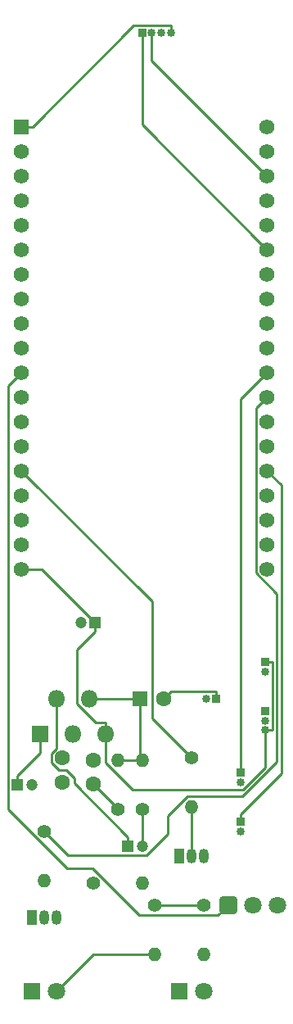
<source format=gbr>
%TF.GenerationSoftware,KiCad,Pcbnew,7.0.7-7.0.7~ubuntu22.04.1*%
%TF.CreationDate,2023-09-04T11:07:22+02:00*%
%TF.ProjectId,schaltung,73636861-6c74-4756-9e67-2e6b69636164,rev?*%
%TF.SameCoordinates,Original*%
%TF.FileFunction,Copper,L2,Bot*%
%TF.FilePolarity,Positive*%
%FSLAX46Y46*%
G04 Gerber Fmt 4.6, Leading zero omitted, Abs format (unit mm)*
G04 Created by KiCad (PCBNEW 7.0.7-7.0.7~ubuntu22.04.1) date 2023-09-04 11:07:22*
%MOMM*%
%LPD*%
G01*
G04 APERTURE LIST*
G04 Aperture macros list*
%AMRoundRect*
0 Rectangle with rounded corners*
0 $1 Rounding radius*
0 $2 $3 $4 $5 $6 $7 $8 $9 X,Y pos of 4 corners*
0 Add a 4 corners polygon primitive as box body*
4,1,4,$2,$3,$4,$5,$6,$7,$8,$9,$2,$3,0*
0 Add four circle primitives for the rounded corners*
1,1,$1+$1,$2,$3*
1,1,$1+$1,$4,$5*
1,1,$1+$1,$6,$7*
1,1,$1+$1,$8,$9*
0 Add four rect primitives between the rounded corners*
20,1,$1+$1,$2,$3,$4,$5,0*
20,1,$1+$1,$4,$5,$6,$7,0*
20,1,$1+$1,$6,$7,$8,$9,0*
20,1,$1+$1,$8,$9,$2,$3,0*%
G04 Aperture macros list end*
%TA.AperFunction,ComponentPad*%
%ADD10C,1.400000*%
%TD*%
%TA.AperFunction,ComponentPad*%
%ADD11O,1.400000X1.400000*%
%TD*%
%TA.AperFunction,ComponentPad*%
%ADD12R,0.850000X0.850000*%
%TD*%
%TA.AperFunction,ComponentPad*%
%ADD13O,0.850000X0.850000*%
%TD*%
%TA.AperFunction,ComponentPad*%
%ADD14R,1.800000X1.800000*%
%TD*%
%TA.AperFunction,ComponentPad*%
%ADD15C,1.800000*%
%TD*%
%TA.AperFunction,ComponentPad*%
%ADD16R,1.200000X1.200000*%
%TD*%
%TA.AperFunction,ComponentPad*%
%ADD17C,1.200000*%
%TD*%
%TA.AperFunction,ComponentPad*%
%ADD18RoundRect,0.248400X-0.651600X-0.651600X0.651600X-0.651600X0.651600X0.651600X-0.651600X0.651600X0*%
%TD*%
%TA.AperFunction,ComponentPad*%
%ADD19R,1.600000X1.600000*%
%TD*%
%TA.AperFunction,ComponentPad*%
%ADD20C,1.600000*%
%TD*%
%TA.AperFunction,ComponentPad*%
%ADD21R,1.050000X1.500000*%
%TD*%
%TA.AperFunction,ComponentPad*%
%ADD22O,1.050000X1.500000*%
%TD*%
%TA.AperFunction,ComponentPad*%
%ADD23O,1.800000X1.800000*%
%TD*%
%TA.AperFunction,ComponentPad*%
%ADD24R,1.560000X1.560000*%
%TD*%
%TA.AperFunction,ComponentPad*%
%ADD25C,1.560000*%
%TD*%
%TA.AperFunction,Conductor*%
%ADD26C,0.250000*%
%TD*%
G04 APERTURE END LIST*
D10*
%TO.P,R6,1*%
%TO.N,GND*%
X209550000Y-109490000D03*
D11*
%TO.P,R6,2*%
%TO.N,Net-(C2-Pad2)*%
X214630000Y-109490000D03*
%TD*%
D10*
%TO.P,R7,1*%
%TO.N,Net-(C6-Pad2)*%
X212090000Y-101870000D03*
D11*
%TO.P,R7,2*%
%TO.N,Net-(C3-Pad1)*%
X212090000Y-96790000D03*
%TD*%
D12*
%TO.P,J4,1,Pin_1*%
%TO.N,Net-(J4-Pin_1)*%
X224790000Y-98060000D03*
D13*
%TO.P,J4,2,Pin_2*%
%TO.N,GND*%
X224790000Y-99060000D03*
%TD*%
D14*
%TO.P,D2_Red1,1,K*%
%TO.N,Net-(D2_Red1-K)*%
X203200000Y-120650000D03*
D15*
%TO.P,D2_Red1,2,A*%
%TO.N,Net-(D2_Red1-A)*%
X205740000Y-120650000D03*
%TD*%
D16*
%TO.P,C1,1*%
%TO.N,Net-(U3-+)*%
X201700000Y-99330000D03*
D17*
%TO.P,C1,2*%
%TO.N,Net-(U1-IO25)*%
X203200000Y-99330000D03*
%TD*%
D18*
%TO.P,U2,1,OUT*%
%TO.N,Net-(U1-IO27)*%
X223520000Y-111760000D03*
D15*
%TO.P,U2,2,GND*%
%TO.N,GND*%
X226060000Y-111760000D03*
%TO.P,U2,3,Vs*%
%TO.N,+3.3V*%
X228600000Y-111760000D03*
%TD*%
D12*
%TO.P,J2,1,Pin_1*%
%TO.N,GND*%
X227330000Y-91710000D03*
D13*
%TO.P,J2,2,Pin_2*%
%TO.N,Net-(J2-Pin_2)*%
X227330000Y-92710000D03*
%TO.P,J2,3,Pin_3*%
%TO.N,+5V*%
X227330000Y-93710000D03*
%TD*%
D14*
%TO.P,D1_IR1,1,K*%
%TO.N,Net-(D1_IR1-K)*%
X218440000Y-120650000D03*
D15*
%TO.P,D1_IR1,2,A*%
%TO.N,Net-(D1_IR1-A)*%
X220980000Y-120650000D03*
%TD*%
D12*
%TO.P,J1,1,Pin_1*%
%TO.N,Net-(J1-Pin_1)*%
X222250000Y-90440000D03*
D13*
%TO.P,J1,2,Pin_2*%
%TO.N,GND*%
X221250000Y-90440000D03*
%TD*%
D19*
%TO.P,C3,1*%
%TO.N,Net-(C3-Pad1)*%
X214400000Y-90440000D03*
D20*
%TO.P,C3,2*%
%TO.N,Net-(J1-Pin_1)*%
X216900000Y-90440000D03*
%TD*%
D16*
%TO.P,C2,1*%
%TO.N,Net-(U3--)*%
X213130000Y-105680000D03*
D17*
%TO.P,C2,2*%
%TO.N,Net-(C2-Pad2)*%
X214630000Y-105680000D03*
%TD*%
D16*
%TO.P,C5,1*%
%TO.N,+5V*%
X209780000Y-82550000D03*
D17*
%TO.P,C5,2*%
%TO.N,GND*%
X208280000Y-82550000D03*
%TD*%
D12*
%TO.P,J3,1,Pin_1*%
%TO.N,Net-(J3-Pin_1)*%
X224790000Y-103140000D03*
D13*
%TO.P,J3,2,Pin_2*%
%TO.N,GND*%
X224790000Y-104140000D03*
%TD*%
D10*
%TO.P,R3,1*%
%TO.N,Net-(U1-IO16)*%
X204470000Y-104140000D03*
D11*
%TO.P,R3,2*%
%TO.N,Net-(Q1-B)*%
X204470000Y-109220000D03*
%TD*%
D10*
%TO.P,R5,1*%
%TO.N,Net-(C2-Pad2)*%
X214630000Y-101870000D03*
D11*
%TO.P,R5,2*%
%TO.N,Net-(C3-Pad1)*%
X214630000Y-96790000D03*
%TD*%
D21*
%TO.P,Q1,1,C*%
%TO.N,Net-(D2_Red1-K)*%
X203200000Y-113030000D03*
D22*
%TO.P,Q1,2,B*%
%TO.N,Net-(Q1-B)*%
X204470000Y-113030000D03*
%TO.P,Q1,3,E*%
%TO.N,GND*%
X205740000Y-113030000D03*
%TD*%
D10*
%TO.P,R1,1*%
%TO.N,+3.3V*%
X215900000Y-111760000D03*
D11*
%TO.P,R1,2*%
%TO.N,Net-(D2_Red1-A)*%
X215900000Y-116840000D03*
%TD*%
D20*
%TO.P,C6,1*%
%TO.N,GND*%
X209550000Y-96790000D03*
%TO.P,C6,2*%
%TO.N,Net-(C6-Pad2)*%
X209550000Y-99290000D03*
%TD*%
D12*
%TO.P,J7,1,Pin_1*%
%TO.N,Net-(J7-Pin_1)*%
X214630000Y-21590000D03*
D13*
%TO.P,J7,2,Pin_2*%
%TO.N,Net-(J7-Pin_2)*%
X215630000Y-21590000D03*
%TO.P,J7,3,Pin_3*%
%TO.N,GND*%
X216630000Y-21590000D03*
%TO.P,J7,4,Pin_4*%
%TO.N,+3.3V*%
X217630000Y-21590000D03*
%TD*%
D21*
%TO.P,Q2,1,C*%
%TO.N,Net-(D1_IR1-K)*%
X218440000Y-106680000D03*
D22*
%TO.P,Q2,2,B*%
%TO.N,Net-(Q2-B)*%
X219710000Y-106680000D03*
%TO.P,Q2,3,E*%
%TO.N,GND*%
X220980000Y-106680000D03*
%TD*%
D20*
%TO.P,C4,1*%
%TO.N,GND*%
X206375000Y-96560000D03*
%TO.P,C4,2*%
%TO.N,Net-(U1-IO25)*%
X206375000Y-99060000D03*
%TD*%
D12*
%TO.P,J5,1,Pin_1*%
%TO.N,+5V*%
X227330000Y-86630000D03*
D13*
%TO.P,J5,2,Pin_2*%
%TO.N,GND*%
X227330000Y-87630000D03*
%TD*%
D10*
%TO.P,R4,1*%
%TO.N,Net-(U1-IO13)*%
X219710000Y-96520000D03*
D11*
%TO.P,R4,2*%
%TO.N,Net-(Q2-B)*%
X219710000Y-101600000D03*
%TD*%
D10*
%TO.P,R2,1*%
%TO.N,+3.3V*%
X220980000Y-111760000D03*
D11*
%TO.P,R2,2*%
%TO.N,Net-(D1_IR1-A)*%
X220980000Y-116840000D03*
%TD*%
D14*
%TO.P,U3,1,+*%
%TO.N,Net-(U3-+)*%
X204040000Y-94140000D03*
D23*
%TO.P,U3,2,-*%
%TO.N,Net-(U3--)*%
X205740000Y-90440000D03*
%TO.P,U3,3,GND*%
%TO.N,GND*%
X207440000Y-94140000D03*
%TO.P,U3,4*%
%TO.N,Net-(C3-Pad1)*%
X209140000Y-90440000D03*
%TO.P,U3,5,V+*%
%TO.N,+5V*%
X210840000Y-94140000D03*
%TD*%
D24*
%TO.P,U1,J2-1,3V3*%
%TO.N,+3.3V*%
X202165000Y-31330000D03*
D25*
%TO.P,U1,J2-2,EN*%
%TO.N,unconnected-(U1-EN-PadJ2-2)*%
X202165000Y-33870000D03*
%TO.P,U1,J2-3,SENSOR_VP*%
%TO.N,unconnected-(U1-SENSOR_VP-PadJ2-3)*%
X202165000Y-36410000D03*
%TO.P,U1,J2-4,SENSOR_VN*%
%TO.N,unconnected-(U1-SENSOR_VN-PadJ2-4)*%
X202165000Y-38950000D03*
%TO.P,U1,J2-5,IO34*%
%TO.N,unconnected-(U1-IO34-PadJ2-5)*%
X202165000Y-41490000D03*
%TO.P,U1,J2-6,IO35*%
%TO.N,unconnected-(U1-IO35-PadJ2-6)*%
X202165000Y-44030000D03*
%TO.P,U1,J2-7,IO32*%
%TO.N,unconnected-(U1-IO32-PadJ2-7)*%
X202165000Y-46570000D03*
%TO.P,U1,J2-8,IO33*%
%TO.N,unconnected-(U1-IO33-PadJ2-8)*%
X202165000Y-49110000D03*
%TO.P,U1,J2-9,IO25*%
%TO.N,Net-(U1-IO25)*%
X202165000Y-51650000D03*
%TO.P,U1,J2-10,IO26*%
%TO.N,unconnected-(U1-IO26-PadJ2-10)*%
X202165000Y-54190000D03*
%TO.P,U1,J2-11,IO27*%
%TO.N,Net-(U1-IO27)*%
X202165000Y-56730000D03*
%TO.P,U1,J2-12,IO14*%
%TO.N,unconnected-(U1-IO14-PadJ2-12)*%
X202165000Y-59270000D03*
%TO.P,U1,J2-13,IO12*%
%TO.N,unconnected-(U1-IO12-PadJ2-13)*%
X202165000Y-61810000D03*
%TO.P,U1,J2-14,GND1*%
%TO.N,GND*%
X202165000Y-64350000D03*
%TO.P,U1,J2-15,IO13*%
%TO.N,Net-(U1-IO13)*%
X202165000Y-66890000D03*
%TO.P,U1,J2-16,SD2*%
%TO.N,unconnected-(U1-SD2-PadJ2-16)*%
X202165000Y-69430000D03*
%TO.P,U1,J2-17,SD3*%
%TO.N,unconnected-(U1-SD3-PadJ2-17)*%
X202165000Y-71970000D03*
%TO.P,U1,J2-18,CMD*%
%TO.N,unconnected-(U1-CMD-PadJ2-18)*%
X202165000Y-74510000D03*
%TO.P,U1,J2-19,EXT_5V*%
%TO.N,+5V*%
X202165000Y-77050000D03*
%TO.P,U1,J3-1,GND3*%
%TO.N,unconnected-(U1-GND3-PadJ3-1)*%
X227565000Y-31330000D03*
%TO.P,U1,J3-2,IO23*%
%TO.N,unconnected-(U1-IO23-PadJ3-2)*%
X227565000Y-33870000D03*
%TO.P,U1,J3-3,IO22*%
%TO.N,Net-(J7-Pin_2)*%
X227565000Y-36410000D03*
%TO.P,U1,J3-4,TXD0*%
%TO.N,unconnected-(U1-TXD0-PadJ3-4)*%
X227565000Y-38950000D03*
%TO.P,U1,J3-5,RXD0*%
%TO.N,unconnected-(U1-RXD0-PadJ3-5)*%
X227565000Y-41490000D03*
%TO.P,U1,J3-6,IO21*%
%TO.N,Net-(J7-Pin_1)*%
X227565000Y-44030000D03*
%TO.P,U1,J3-7,GND2*%
%TO.N,unconnected-(U1-GND2-PadJ3-7)*%
X227565000Y-46570000D03*
%TO.P,U1,J3-8,IO19*%
%TO.N,Net-(J2-Pin_2)*%
X227565000Y-49110000D03*
%TO.P,U1,J3-9,IO18*%
%TO.N,unconnected-(U1-IO18-PadJ3-9)*%
X227565000Y-51650000D03*
%TO.P,U1,J3-10,IO5*%
%TO.N,unconnected-(U1-IO5-PadJ3-10)*%
X227565000Y-54190000D03*
%TO.P,U1,J3-11,IO17*%
%TO.N,Net-(J4-Pin_1)*%
X227565000Y-56730000D03*
%TO.P,U1,J3-12,IO16*%
%TO.N,Net-(U1-IO16)*%
X227565000Y-59270000D03*
%TO.P,U1,J3-13,IO4*%
%TO.N,unconnected-(U1-IO4-PadJ3-13)*%
X227565000Y-61810000D03*
%TO.P,U1,J3-14,IO0*%
%TO.N,unconnected-(U1-IO0-PadJ3-14)*%
X227565000Y-64350000D03*
%TO.P,U1,J3-15,IO2*%
%TO.N,Net-(J3-Pin_1)*%
X227565000Y-66890000D03*
%TO.P,U1,J3-16,IO15*%
%TO.N,unconnected-(U1-IO15-PadJ3-16)*%
X227565000Y-69430000D03*
%TO.P,U1,J3-17,SD1*%
%TO.N,unconnected-(U1-SD1-PadJ3-17)*%
X227565000Y-71970000D03*
%TO.P,U1,J3-18,SD0*%
%TO.N,unconnected-(U1-SD0-PadJ3-18)*%
X227565000Y-74510000D03*
%TO.P,U1,J3-19,CLK*%
%TO.N,unconnected-(U1-CLK-PadJ3-19)*%
X227565000Y-77050000D03*
%TD*%
D26*
%TO.N,+5V*%
X227330000Y-86630000D02*
X228081900Y-86630000D01*
X209843100Y-92913100D02*
X207897200Y-90967200D01*
X207897200Y-85359700D02*
X209780000Y-83476900D01*
X202165000Y-77050000D02*
X204280000Y-77050000D01*
X210840000Y-92913100D02*
X209843100Y-92913100D01*
X207897200Y-90967200D02*
X207897200Y-85359700D01*
X209780000Y-82550000D02*
X209780000Y-83476900D01*
X210840000Y-94140000D02*
X210840000Y-92913100D01*
X227330000Y-97610900D02*
X225097400Y-99843500D01*
X227330000Y-93710000D02*
X228081900Y-93710000D01*
X204280000Y-77050000D02*
X209780000Y-82550000D01*
X228081900Y-93710000D02*
X228081900Y-86630000D01*
X210840000Y-97059500D02*
X210840000Y-94140000D01*
X213624000Y-99843500D02*
X210840000Y-97059500D01*
X225097400Y-99843500D02*
X213624000Y-99843500D01*
X227330000Y-93710000D02*
X227330000Y-97610900D01*
%TO.N,+3.3V*%
X203270400Y-31330000D02*
X203271900Y-31330000D01*
X217630000Y-21590000D02*
X217630000Y-20838100D01*
X215900000Y-111760000D02*
X220980000Y-111760000D01*
X202165000Y-31330000D02*
X203158500Y-31330000D01*
X213763800Y-20838100D02*
X203271900Y-31330000D01*
X203158500Y-31330000D02*
X203270400Y-31330000D01*
X217630000Y-20838100D02*
X213763800Y-20838100D01*
%TO.N,Net-(U3-+)*%
X204040000Y-96063100D02*
X201700000Y-98403100D01*
X204040000Y-94140000D02*
X204040000Y-96063100D01*
X201700000Y-99330000D02*
X201700000Y-98403100D01*
%TO.N,Net-(J1-Pin_1)*%
X217651900Y-89688100D02*
X216900000Y-90440000D01*
X222250000Y-89688100D02*
X217651900Y-89688100D01*
X222250000Y-90440000D02*
X222250000Y-89688100D01*
%TO.N,Net-(C3-Pad1)*%
X214400000Y-96790000D02*
X214400000Y-91566900D01*
X214400000Y-90440000D02*
X214400000Y-91566900D01*
X214630000Y-96790000D02*
X214400000Y-96790000D01*
X214400000Y-96790000D02*
X212090000Y-96790000D01*
X209140000Y-90440000D02*
X214400000Y-90440000D01*
%TO.N,Net-(U3--)*%
X206004100Y-97810000D02*
X205229300Y-97035200D01*
X207592200Y-99215300D02*
X207592200Y-98643600D01*
X213130000Y-104753100D02*
X207592200Y-99215300D01*
X205229300Y-96112100D02*
X205740000Y-95601400D01*
X205229300Y-97035200D02*
X205229300Y-96112100D01*
X205740000Y-95601400D02*
X205740000Y-90440000D01*
X213130000Y-105680000D02*
X213130000Y-104753100D01*
X206758600Y-97810000D02*
X206004100Y-97810000D01*
X207592200Y-98643600D02*
X206758600Y-97810000D01*
%TO.N,Net-(D2_Red1-A)*%
X215900000Y-116840000D02*
X209550000Y-116840000D01*
X209550000Y-116840000D02*
X205740000Y-120650000D01*
%TO.N,Net-(J3-Pin_1)*%
X229045700Y-98132400D02*
X224790000Y-102388100D01*
X224790000Y-103140000D02*
X224790000Y-102388100D01*
X227565000Y-66890000D02*
X229045700Y-68370700D01*
X229045700Y-68370700D02*
X229045700Y-98132400D01*
%TO.N,Net-(J4-Pin_1)*%
X227565000Y-56730000D02*
X224790000Y-59505000D01*
X224790000Y-59505000D02*
X224790000Y-98060000D01*
%TO.N,Net-(J7-Pin_1)*%
X227565000Y-44030000D02*
X214630000Y-31095000D01*
X214630000Y-31095000D02*
X214630000Y-21590000D01*
%TO.N,Net-(J7-Pin_2)*%
X227565000Y-36410000D02*
X215630000Y-24475000D01*
X215630000Y-24475000D02*
X215630000Y-21590000D01*
%TO.N,Net-(Q2-B)*%
X219710000Y-106680000D02*
X219710000Y-101600000D01*
%TO.N,Net-(U1-IO16)*%
X226390800Y-77441100D02*
X226390800Y-60444200D01*
X219274200Y-100573100D02*
X225006900Y-100573100D01*
X206941800Y-106611800D02*
X215098400Y-106611800D01*
X217265900Y-102581400D02*
X219274200Y-100573100D01*
X226390800Y-60444200D02*
X227565000Y-59270000D01*
X225006900Y-100573100D02*
X228566800Y-97013200D01*
X215098400Y-106611800D02*
X217265900Y-104444300D01*
X204470000Y-104140000D02*
X206941800Y-106611800D01*
X217265900Y-104444300D02*
X217265900Y-102581400D01*
X228566800Y-97013200D02*
X228566800Y-79617100D01*
X228566800Y-79617100D02*
X226390800Y-77441100D01*
%TO.N,Net-(U1-IO13)*%
X215655400Y-80380400D02*
X215655400Y-92465400D01*
X202165000Y-66890000D02*
X215655400Y-80380400D01*
X215655400Y-92465400D02*
X219710000Y-96520000D01*
%TO.N,Net-(U1-IO27)*%
X222469900Y-112810100D02*
X223520000Y-111760000D01*
X202165000Y-56730000D02*
X200772700Y-58122300D01*
X200772700Y-58122300D02*
X200772700Y-101894900D01*
X209527800Y-107997700D02*
X214340200Y-112810100D01*
X200772700Y-101894900D02*
X206875500Y-107997700D01*
X214340200Y-112810100D02*
X222469900Y-112810100D01*
X206875500Y-107997700D02*
X209527800Y-107997700D01*
%TO.N,Net-(C2-Pad2)*%
X214630000Y-105680000D02*
X214630000Y-101870000D01*
%TO.N,Net-(C6-Pad2)*%
X212090000Y-101830000D02*
X212090000Y-101870000D01*
X209550000Y-99290000D02*
X212090000Y-101830000D01*
%TD*%
M02*

</source>
